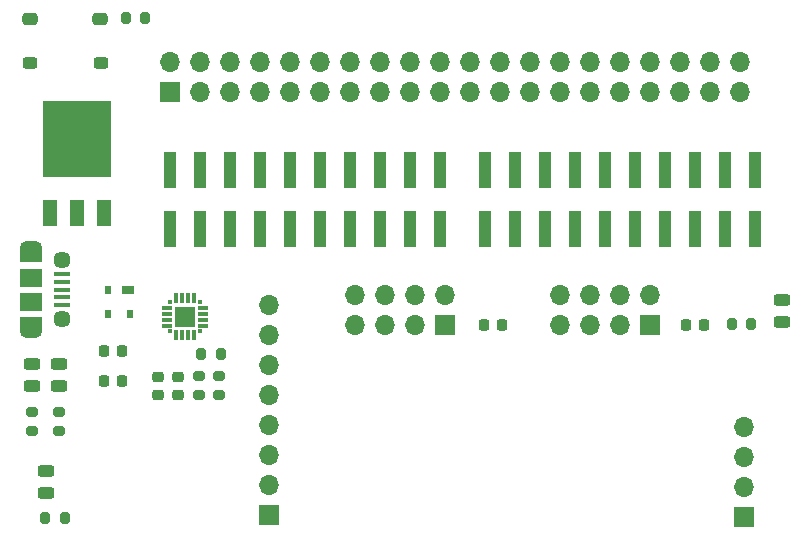
<source format=gbr>
%TF.GenerationSoftware,KiCad,Pcbnew,(6.0.9-dirty)*%
%TF.CreationDate,2022-12-30T08:50:27-06:00*%
%TF.ProjectId,parthiv_pcb_v2,70617274-6869-4765-9f70-63625f76322e,rev?*%
%TF.SameCoordinates,Original*%
%TF.FileFunction,Soldermask,Top*%
%TF.FilePolarity,Negative*%
%FSLAX46Y46*%
G04 Gerber Fmt 4.6, Leading zero omitted, Abs format (unit mm)*
G04 Created by KiCad (PCBNEW (6.0.9-dirty)) date 2022-12-30 08:50:27*
%MOMM*%
%LPD*%
G01*
G04 APERTURE LIST*
G04 Aperture macros list*
%AMRoundRect*
0 Rectangle with rounded corners*
0 $1 Rounding radius*
0 $2 $3 $4 $5 $6 $7 $8 $9 X,Y pos of 4 corners*
0 Add a 4 corners polygon primitive as box body*
4,1,4,$2,$3,$4,$5,$6,$7,$8,$9,$2,$3,0*
0 Add four circle primitives for the rounded corners*
1,1,$1+$1,$2,$3*
1,1,$1+$1,$4,$5*
1,1,$1+$1,$6,$7*
1,1,$1+$1,$8,$9*
0 Add four rect primitives between the rounded corners*
20,1,$1+$1,$2,$3,$4,$5,0*
20,1,$1+$1,$4,$5,$6,$7,0*
20,1,$1+$1,$6,$7,$8,$9,0*
20,1,$1+$1,$8,$9,$2,$3,0*%
G04 Aperture macros list end*
%ADD10R,1.200000X2.200000*%
%ADD11R,5.800000X6.400000*%
%ADD12RoundRect,0.225000X-0.250000X0.225000X-0.250000X-0.225000X0.250000X-0.225000X0.250000X0.225000X0*%
%ADD13RoundRect,0.243750X0.456250X-0.243750X0.456250X0.243750X-0.456250X0.243750X-0.456250X-0.243750X0*%
%ADD14RoundRect,0.225000X-0.225000X-0.250000X0.225000X-0.250000X0.225000X0.250000X-0.225000X0.250000X0*%
%ADD15RoundRect,0.200000X-0.200000X-0.275000X0.200000X-0.275000X0.200000X0.275000X-0.200000X0.275000X0*%
%ADD16R,1.000000X3.150000*%
%ADD17R,1.700000X1.700000*%
%ADD18O,1.700000X1.700000*%
%ADD19RoundRect,0.200000X-0.275000X0.200000X-0.275000X-0.200000X0.275000X-0.200000X0.275000X0.200000X0*%
%ADD20RoundRect,0.200000X0.200000X0.275000X-0.200000X0.275000X-0.200000X-0.275000X0.200000X-0.275000X0*%
%ADD21RoundRect,0.251500X-0.386000X-0.251500X0.386000X-0.251500X0.386000X0.251500X-0.386000X0.251500X0*%
%ADD22RoundRect,0.257750X-0.379750X-0.257750X0.379750X-0.257750X0.379750X0.257750X-0.379750X0.257750X0*%
%ADD23RoundRect,0.237500X-0.387500X-0.237500X0.387500X-0.237500X0.387500X0.237500X-0.387500X0.237500X0*%
%ADD24R,0.300000X0.300000*%
%ADD25R,0.900000X0.300000*%
%ADD26R,0.300000X0.900000*%
%ADD27R,1.800000X1.800000*%
%ADD28R,1.350000X0.400000*%
%ADD29C,1.450000*%
%ADD30R,1.900000X1.200000*%
%ADD31R,1.900000X1.500000*%
%ADD32O,1.900000X1.200000*%
%ADD33RoundRect,0.225000X0.225000X0.250000X-0.225000X0.250000X-0.225000X-0.250000X0.225000X-0.250000X0*%
%ADD34R,1.000000X0.700000*%
%ADD35R,0.600000X0.700000*%
%ADD36RoundRect,0.200000X0.275000X-0.200000X0.275000X0.200000X-0.275000X0.200000X-0.275000X-0.200000X0*%
G04 APERTURE END LIST*
D10*
%TO.C,Q1*%
X106686000Y-104276000D03*
D11*
X108966000Y-97976000D03*
D10*
X108966000Y-104276000D03*
X111246000Y-104276000D03*
%TD*%
D12*
%TO.C,C5*%
X115824000Y-118097000D03*
X115824000Y-119647000D03*
%TD*%
D13*
%TO.C,D2*%
X168656000Y-113459500D03*
X168656000Y-111584500D03*
%TD*%
D14*
%TO.C,C2*%
X160475000Y-113766000D03*
X162025000Y-113766000D03*
%TD*%
D15*
%TO.C,R8*%
X106275000Y-130100000D03*
X107925000Y-130100000D03*
%TD*%
D16*
%TO.C,J1*%
X116840000Y-105634000D03*
X116840000Y-100584000D03*
X119380000Y-105634000D03*
X119380000Y-100584000D03*
X121920000Y-105634000D03*
X121920000Y-100584000D03*
X124460000Y-105634000D03*
X124460000Y-100584000D03*
X127000000Y-105634000D03*
X127000000Y-100584000D03*
X129540000Y-105634000D03*
X129540000Y-100584000D03*
X132080000Y-105634000D03*
X132080000Y-100584000D03*
X134620000Y-105634000D03*
X134620000Y-100584000D03*
X137160000Y-105634000D03*
X137160000Y-100584000D03*
X139700000Y-105634000D03*
X139700000Y-100584000D03*
%TD*%
D13*
%TO.C,D3*%
X105156000Y-118920500D03*
X105156000Y-117045500D03*
%TD*%
D17*
%TO.C,U3*%
X157430666Y-113766000D03*
D18*
X157430666Y-111226000D03*
X154890666Y-113766000D03*
X154890666Y-111226000D03*
X152350666Y-113766000D03*
X152350666Y-111226000D03*
X149810666Y-113766000D03*
X149810666Y-111226000D03*
%TD*%
D19*
%TO.C,R7*%
X107442000Y-121095000D03*
X107442000Y-122745000D03*
%TD*%
D17*
%TO.C,J4*%
X125222000Y-129794000D03*
D18*
X125222000Y-127254000D03*
X125222000Y-124714000D03*
X125222000Y-122174000D03*
X125222000Y-119634000D03*
X125222000Y-117094000D03*
X125222000Y-114554000D03*
X125222000Y-112014000D03*
%TD*%
D20*
%TO.C,R2*%
X166052000Y-113665000D03*
X164402000Y-113665000D03*
%TD*%
D21*
%TO.C,SW1*%
X110937500Y-87784000D03*
D22*
X104962500Y-87796500D03*
D23*
X110950000Y-91537000D03*
X104950000Y-91537000D03*
%TD*%
D24*
%TO.C,U1*%
X116860000Y-111780000D03*
D25*
X116560000Y-112280000D03*
X116560000Y-112780000D03*
X116560000Y-113280000D03*
X116560000Y-113780000D03*
D24*
X116860000Y-114280000D03*
D26*
X117360000Y-114580000D03*
X117860000Y-114580000D03*
X118360000Y-114580000D03*
X118860000Y-114580000D03*
D24*
X119360000Y-114280000D03*
D25*
X119660000Y-113780000D03*
X119660000Y-113280000D03*
X119660000Y-112780000D03*
X119660000Y-112280000D03*
D24*
X119360000Y-111780000D03*
D26*
X118860000Y-111480000D03*
X118360000Y-111480000D03*
X117860000Y-111480000D03*
X117360000Y-111480000D03*
D27*
X118110000Y-113030000D03*
%TD*%
D16*
%TO.C,J2*%
X143510000Y-105634000D03*
X143510000Y-100584000D03*
X146050000Y-105634000D03*
X146050000Y-100584000D03*
X148590000Y-105634000D03*
X148590000Y-100584000D03*
X151130000Y-105634000D03*
X151130000Y-100584000D03*
X153670000Y-105634000D03*
X153670000Y-100584000D03*
X156210000Y-105634000D03*
X156210000Y-100584000D03*
X158750000Y-105634000D03*
X158750000Y-100584000D03*
X161290000Y-105634000D03*
X161290000Y-100584000D03*
X163830000Y-105634000D03*
X163830000Y-100584000D03*
X166370000Y-105634000D03*
X166370000Y-100584000D03*
%TD*%
D13*
%TO.C,D4*%
X107442000Y-118920500D03*
X107442000Y-117045500D03*
%TD*%
D28*
%TO.C,J3*%
X107716500Y-109444000D03*
X107716500Y-110094000D03*
X107716500Y-110744000D03*
X107716500Y-111394000D03*
X107716500Y-112044000D03*
D29*
X107716500Y-113244000D03*
D30*
X105016500Y-107844000D03*
D31*
X105016500Y-109744000D03*
X105016500Y-111744000D03*
D32*
X105016500Y-107244000D03*
X105016500Y-114244000D03*
D29*
X107716500Y-108244000D03*
D30*
X105016500Y-113644000D03*
%TD*%
D17*
%TO.C,U2*%
X140100000Y-113766000D03*
D18*
X140100000Y-111226000D03*
X137560000Y-113766000D03*
X137560000Y-111226000D03*
X135020000Y-113766000D03*
X135020000Y-111226000D03*
X132480000Y-113766000D03*
X132480000Y-111226000D03*
%TD*%
D14*
%TO.C,C1*%
X143425000Y-113750000D03*
X144975000Y-113750000D03*
%TD*%
D33*
%TO.C,C3*%
X112789000Y-115951000D03*
X111239000Y-115951000D03*
%TD*%
D15*
%TO.C,R1*%
X113075000Y-87757000D03*
X114725000Y-87757000D03*
%TD*%
D12*
%TO.C,C6*%
X117532666Y-118097000D03*
X117532666Y-119647000D03*
%TD*%
D19*
%TO.C,R6*%
X105156000Y-121095000D03*
X105156000Y-122745000D03*
%TD*%
D20*
%TO.C,R3*%
X121125000Y-116200000D03*
X119475000Y-116200000D03*
%TD*%
D33*
%TO.C,C4*%
X112789000Y-118491000D03*
X111239000Y-118491000D03*
%TD*%
D17*
%TO.C,J5*%
X165404800Y-129997200D03*
D18*
X165404800Y-127457200D03*
X165404800Y-124917200D03*
X165404800Y-122377200D03*
%TD*%
D13*
%TO.C,D5*%
X106300000Y-127937500D03*
X106300000Y-126062500D03*
%TD*%
D34*
%TO.C,D1*%
X113272000Y-110760000D03*
D35*
X111572000Y-110760000D03*
X111572000Y-112760000D03*
X113472000Y-112760000D03*
%TD*%
D19*
%TO.C,R5*%
X120950000Y-118047000D03*
X120950000Y-119697000D03*
%TD*%
D36*
%TO.C,R4*%
X119241332Y-119697000D03*
X119241332Y-118047000D03*
%TD*%
D17*
%TO.C,J6*%
X116840000Y-93980000D03*
D18*
X116840000Y-91440000D03*
X119380000Y-93980000D03*
X119380000Y-91440000D03*
X121920000Y-93980000D03*
X121920000Y-91440000D03*
X124460000Y-93980000D03*
X124460000Y-91440000D03*
X127000000Y-93980000D03*
X127000000Y-91440000D03*
X129540000Y-93980000D03*
X129540000Y-91440000D03*
X132080000Y-93980000D03*
X132080000Y-91440000D03*
X134620000Y-93980000D03*
X134620000Y-91440000D03*
X137160000Y-93980000D03*
X137160000Y-91440000D03*
X139700000Y-93980000D03*
X139700000Y-91440000D03*
X142240000Y-93980000D03*
X142240000Y-91440000D03*
X144780000Y-93980000D03*
X144780000Y-91440000D03*
X147320000Y-93980000D03*
X147320000Y-91440000D03*
X149860000Y-93980000D03*
X149860000Y-91440000D03*
X152400000Y-93980000D03*
X152400000Y-91440000D03*
X154940000Y-93980000D03*
X154940000Y-91440000D03*
X157480000Y-93980000D03*
X157480000Y-91440000D03*
X160020000Y-93980000D03*
X160020000Y-91440000D03*
X162560000Y-93980000D03*
X162560000Y-91440000D03*
X165100000Y-93980000D03*
X165100000Y-91440000D03*
%TD*%
M02*

</source>
